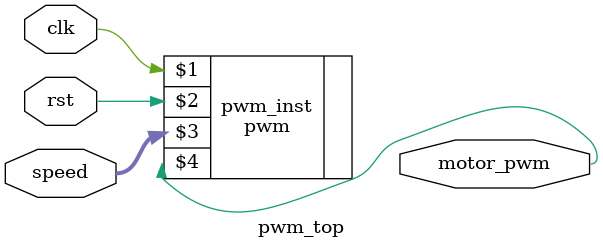
<source format=sv>
module pwm_top (input logic rst, clk, 
					 input logic [7:0] speed, 
					 output logic motor_pwm);  
	
	pwm pwm_inst (clk, rst, speed, motor_pwm); 

endmodule
</source>
